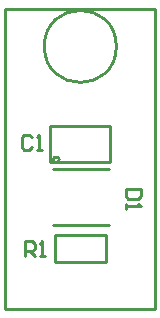
<source format=gto>
%FSLAX25Y25*%
%MOIN*%
G70*
G01*
G75*
G04 Layer_Color=65535*
%ADD10R,0.05906X0.03937*%
%ADD11R,0.05000X0.08000*%
%ADD12C,0.02500*%
%ADD13C,0.04000*%
%ADD14C,0.05000*%
%ADD15C,0.16500*%
%ADD16C,0.04000*%
%ADD17R,0.17716X0.12205*%
%ADD18C,0.01000*%
D18*
X517947Y649704D02*
G03*
X517947Y649704I-984J0D01*
G01*
X537000Y687500D02*
G03*
X537000Y687500I-12000J0D01*
G01*
X515979Y628050D02*
X534680D01*
X515979Y646751D02*
X534680D01*
X533516Y615484D02*
Y624516D01*
X516484Y615484D02*
X533516D01*
X516484D02*
Y624516D01*
X533516D01*
X535000Y649000D02*
Y661000D01*
X515000Y649000D02*
X535000D01*
X515000D02*
Y661000D01*
X535000D01*
X500000Y600000D02*
Y700000D01*
X550000D01*
Y600000D02*
Y700000D01*
X500000Y600000D02*
X550000D01*
X508832Y657165D02*
X507999Y657998D01*
X506333D01*
X505500Y657165D01*
Y653833D01*
X506333Y653000D01*
X507999D01*
X508832Y653833D01*
X510498Y653000D02*
X512164D01*
X511331D01*
Y657998D01*
X510498Y657165D01*
X545078Y639998D02*
X540079D01*
Y637499D01*
X540913Y636666D01*
X544245D01*
X545078Y637499D01*
Y639998D01*
X540079Y635000D02*
Y633334D01*
Y634167D01*
X545078D01*
X544245Y635000D01*
X506500Y617500D02*
Y622498D01*
X508999D01*
X509832Y621665D01*
Y619999D01*
X508999Y619166D01*
X506500D01*
X508166D02*
X509832Y617500D01*
X511498D02*
X513165D01*
X512331D01*
Y622498D01*
X511498Y621665D01*
M02*

</source>
